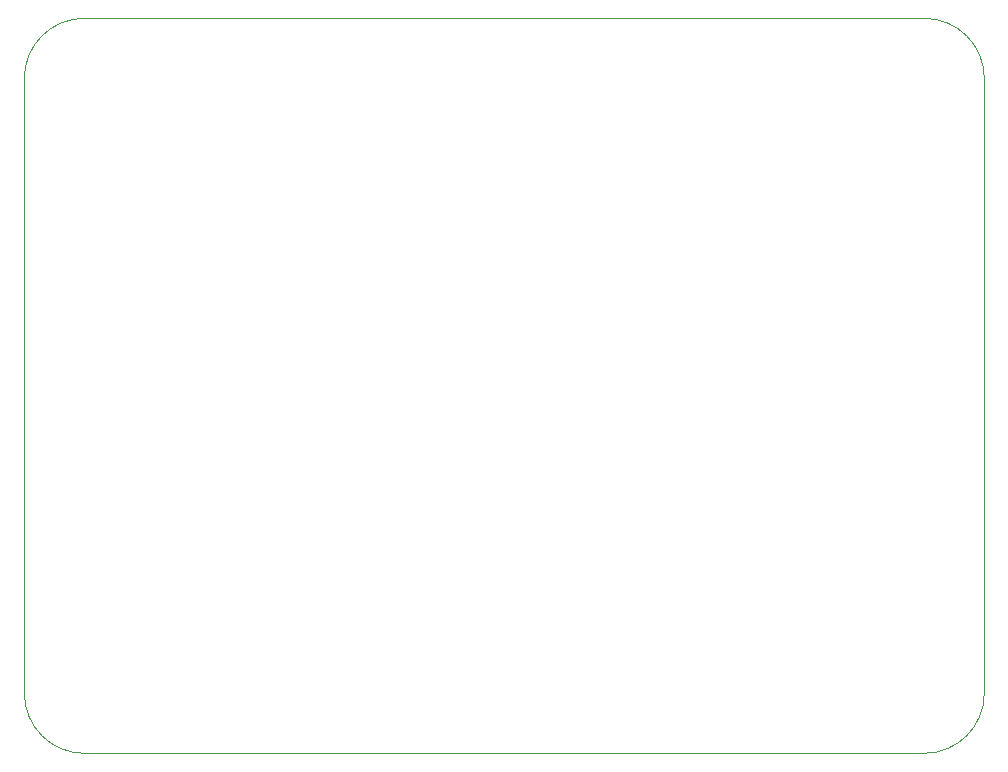
<source format=gbr>
%TF.GenerationSoftware,KiCad,Pcbnew,(5.1.8-0-10_14)*%
%TF.CreationDate,2021-01-12T16:11:11+01:00*%
%TF.ProjectId,battery_checker,62617474-6572-4795-9f63-6865636b6572,rev?*%
%TF.SameCoordinates,Original*%
%TF.FileFunction,Profile,NP*%
%FSLAX46Y46*%
G04 Gerber Fmt 4.6, Leading zero omitted, Abs format (unit mm)*
G04 Created by KiCad (PCBNEW (5.1.8-0-10_14)) date 2021-01-12 16:11:11*
%MOMM*%
%LPD*%
G01*
G04 APERTURE LIST*
%TA.AperFunction,Profile*%
%ADD10C,0.050000*%
%TD*%
G04 APERTURE END LIST*
D10*
X107950000Y-63500000D02*
X179070000Y-63500000D01*
X102870000Y-120650000D02*
X102870000Y-68580000D01*
X107950000Y-125730000D02*
X179070000Y-125730000D01*
X107950000Y-125730000D02*
G75*
G02*
X102870000Y-120650000I0J5080000D01*
G01*
X184150000Y-120650000D02*
G75*
G02*
X179070000Y-125730000I-5080000J0D01*
G01*
X184150000Y-68580000D02*
X184150000Y-120650000D01*
X179070000Y-63500000D02*
G75*
G02*
X184150000Y-68580000I0J-5080000D01*
G01*
X102870000Y-68580000D02*
G75*
G02*
X107950000Y-63500000I5080000J0D01*
G01*
M02*

</source>
